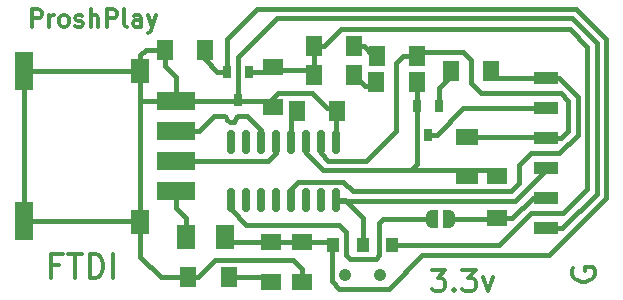
<source format=gbr>
%TF.GenerationSoftware,KiCad,Pcbnew,9.0.0*%
%TF.CreationDate,2025-04-18T15:14:14+05:30*%
%TF.ProjectId,FTDI-UPDI-CH340-Type-c-auto,46544449-2d55-4504-9449-2d4348333430,rev?*%
%TF.SameCoordinates,Original*%
%TF.FileFunction,Copper,L1,Top*%
%TF.FilePolarity,Positive*%
%FSLAX46Y46*%
G04 Gerber Fmt 4.6, Leading zero omitted, Abs format (unit mm)*
G04 Created by KiCad (PCBNEW 9.0.0) date 2025-04-18 15:14:14*
%MOMM*%
%LPD*%
G01*
G04 APERTURE LIST*
G04 Aperture macros list*
%AMRoundRect*
0 Rectangle with rounded corners*
0 $1 Rounding radius*
0 $2 $3 $4 $5 $6 $7 $8 $9 X,Y pos of 4 corners*
0 Add a 4 corners polygon primitive as box body*
4,1,4,$2,$3,$4,$5,$6,$7,$8,$9,$2,$3,0*
0 Add four circle primitives for the rounded corners*
1,1,$1+$1,$2,$3*
1,1,$1+$1,$4,$5*
1,1,$1+$1,$6,$7*
1,1,$1+$1,$8,$9*
0 Add four rect primitives between the rounded corners*
20,1,$1+$1,$2,$3,$4,$5,0*
20,1,$1+$1,$4,$5,$6,$7,0*
20,1,$1+$1,$6,$7,$8,$9,0*
20,1,$1+$1,$8,$9,$2,$3,0*%
%AMFreePoly0*
4,1,23,0.500000,-0.750000,0.000000,-0.750000,0.000000,-0.745722,-0.065263,-0.745722,-0.191342,-0.711940,-0.304381,-0.646677,-0.396677,-0.554381,-0.461940,-0.441342,-0.495722,-0.315263,-0.495722,-0.250000,-0.500000,-0.250000,-0.500000,0.250000,-0.495722,0.250000,-0.495722,0.315263,-0.461940,0.441342,-0.396677,0.554381,-0.304381,0.646677,-0.191342,0.711940,-0.065263,0.745722,0.000000,0.745722,
0.000000,0.750000,0.500000,0.750000,0.500000,-0.750000,0.500000,-0.750000,$1*%
%AMFreePoly1*
4,1,23,0.000000,0.745722,0.065263,0.745722,0.191342,0.711940,0.304381,0.646677,0.396677,0.554381,0.461940,0.441342,0.495722,0.315263,0.495722,0.250000,0.500000,0.250000,0.500000,-0.250000,0.495722,-0.250000,0.495722,-0.315263,0.461940,-0.441342,0.396677,-0.554381,0.304381,-0.646677,0.191342,-0.711940,0.065263,-0.745722,0.000000,-0.745722,0.000000,-0.750000,-0.500000,-0.750000,
-0.500000,0.750000,0.000000,0.750000,0.000000,0.745722,0.000000,0.745722,$1*%
G04 Aperture macros list end*
%ADD10C,0.300000*%
%TA.AperFunction,NonConductor*%
%ADD11C,0.300000*%
%TD*%
%TA.AperFunction,SMDPad,CuDef*%
%ADD12R,2.000000X1.000000*%
%TD*%
%TA.AperFunction,SMDPad,CuDef*%
%ADD13R,1.700000X1.400000*%
%TD*%
%TA.AperFunction,SMDPad,CuDef*%
%ADD14R,1.400000X1.700000*%
%TD*%
%TA.AperFunction,SMDPad,CuDef*%
%ADD15R,1.900000X1.400000*%
%TD*%
%TA.AperFunction,SMDPad,CuDef*%
%ADD16R,3.200000X1.600000*%
%TD*%
%TA.AperFunction,SMDPad,CuDef*%
%ADD17R,1.600000X2.000000*%
%TD*%
%TA.AperFunction,SMDPad,CuDef*%
%ADD18R,1.600000X3.200000*%
%TD*%
%TA.AperFunction,SMDPad,CuDef*%
%ADD19R,0.700000X1.000000*%
%TD*%
%TA.AperFunction,SMDPad,CuDef*%
%ADD20R,1.500000X2.000000*%
%TD*%
%TA.AperFunction,ComponentPad*%
%ADD21C,1.050000*%
%TD*%
%TA.AperFunction,SMDPad,CuDef*%
%ADD22R,1.000000X1.200000*%
%TD*%
%TA.AperFunction,SMDPad,CuDef*%
%ADD23RoundRect,0.150000X-0.150000X0.825000X-0.150000X-0.825000X0.150000X-0.825000X0.150000X0.825000X0*%
%TD*%
%TA.AperFunction,SMDPad,CuDef*%
%ADD24FreePoly0,0.000000*%
%TD*%
%TA.AperFunction,SMDPad,CuDef*%
%ADD25FreePoly1,0.000000*%
%TD*%
%TA.AperFunction,Conductor*%
%ADD26C,0.400000*%
%TD*%
G04 APERTURE END LIST*
D10*
D11*
X160394876Y-106228822D02*
X160299638Y-106419298D01*
X160299638Y-106419298D02*
X160299638Y-106705012D01*
X160299638Y-106705012D02*
X160394876Y-106990727D01*
X160394876Y-106990727D02*
X160585352Y-107181203D01*
X160585352Y-107181203D02*
X160775828Y-107276441D01*
X160775828Y-107276441D02*
X161156780Y-107371679D01*
X161156780Y-107371679D02*
X161442495Y-107371679D01*
X161442495Y-107371679D02*
X161823447Y-107276441D01*
X161823447Y-107276441D02*
X162013923Y-107181203D01*
X162013923Y-107181203D02*
X162204400Y-106990727D01*
X162204400Y-106990727D02*
X162299638Y-106705012D01*
X162299638Y-106705012D02*
X162299638Y-106514536D01*
X162299638Y-106514536D02*
X162204400Y-106228822D01*
X162204400Y-106228822D02*
X162109161Y-106133584D01*
X162109161Y-106133584D02*
X161442495Y-106133584D01*
X161442495Y-106133584D02*
X161442495Y-106514536D01*
D10*
D11*
X148481773Y-106380680D02*
X149596059Y-106380680D01*
X149596059Y-106380680D02*
X148996059Y-107066394D01*
X148996059Y-107066394D02*
X149253202Y-107066394D01*
X149253202Y-107066394D02*
X149424631Y-107152108D01*
X149424631Y-107152108D02*
X149510345Y-107237823D01*
X149510345Y-107237823D02*
X149596059Y-107409251D01*
X149596059Y-107409251D02*
X149596059Y-107837823D01*
X149596059Y-107837823D02*
X149510345Y-108009251D01*
X149510345Y-108009251D02*
X149424631Y-108094966D01*
X149424631Y-108094966D02*
X149253202Y-108180680D01*
X149253202Y-108180680D02*
X148738916Y-108180680D01*
X148738916Y-108180680D02*
X148567488Y-108094966D01*
X148567488Y-108094966D02*
X148481773Y-108009251D01*
X150367488Y-108009251D02*
X150453202Y-108094966D01*
X150453202Y-108094966D02*
X150367488Y-108180680D01*
X150367488Y-108180680D02*
X150281774Y-108094966D01*
X150281774Y-108094966D02*
X150367488Y-108009251D01*
X150367488Y-108009251D02*
X150367488Y-108180680D01*
X151053202Y-106380680D02*
X152167488Y-106380680D01*
X152167488Y-106380680D02*
X151567488Y-107066394D01*
X151567488Y-107066394D02*
X151824631Y-107066394D01*
X151824631Y-107066394D02*
X151996060Y-107152108D01*
X151996060Y-107152108D02*
X152081774Y-107237823D01*
X152081774Y-107237823D02*
X152167488Y-107409251D01*
X152167488Y-107409251D02*
X152167488Y-107837823D01*
X152167488Y-107837823D02*
X152081774Y-108009251D01*
X152081774Y-108009251D02*
X151996060Y-108094966D01*
X151996060Y-108094966D02*
X151824631Y-108180680D01*
X151824631Y-108180680D02*
X151310345Y-108180680D01*
X151310345Y-108180680D02*
X151138917Y-108094966D01*
X151138917Y-108094966D02*
X151053202Y-108009251D01*
X152767488Y-106980680D02*
X153196060Y-108180680D01*
X153196060Y-108180680D02*
X153624631Y-106980680D01*
D10*
D11*
X114580755Y-85805501D02*
X114580755Y-84305501D01*
X114580755Y-84305501D02*
X115152184Y-84305501D01*
X115152184Y-84305501D02*
X115295041Y-84376930D01*
X115295041Y-84376930D02*
X115366470Y-84448358D01*
X115366470Y-84448358D02*
X115437898Y-84591215D01*
X115437898Y-84591215D02*
X115437898Y-84805501D01*
X115437898Y-84805501D02*
X115366470Y-84948358D01*
X115366470Y-84948358D02*
X115295041Y-85019787D01*
X115295041Y-85019787D02*
X115152184Y-85091215D01*
X115152184Y-85091215D02*
X114580755Y-85091215D01*
X116080755Y-85805501D02*
X116080755Y-84805501D01*
X116080755Y-85091215D02*
X116152184Y-84948358D01*
X116152184Y-84948358D02*
X116223613Y-84876930D01*
X116223613Y-84876930D02*
X116366470Y-84805501D01*
X116366470Y-84805501D02*
X116509327Y-84805501D01*
X117223612Y-85805501D02*
X117080755Y-85734073D01*
X117080755Y-85734073D02*
X117009326Y-85662644D01*
X117009326Y-85662644D02*
X116937898Y-85519787D01*
X116937898Y-85519787D02*
X116937898Y-85091215D01*
X116937898Y-85091215D02*
X117009326Y-84948358D01*
X117009326Y-84948358D02*
X117080755Y-84876930D01*
X117080755Y-84876930D02*
X117223612Y-84805501D01*
X117223612Y-84805501D02*
X117437898Y-84805501D01*
X117437898Y-84805501D02*
X117580755Y-84876930D01*
X117580755Y-84876930D02*
X117652184Y-84948358D01*
X117652184Y-84948358D02*
X117723612Y-85091215D01*
X117723612Y-85091215D02*
X117723612Y-85519787D01*
X117723612Y-85519787D02*
X117652184Y-85662644D01*
X117652184Y-85662644D02*
X117580755Y-85734073D01*
X117580755Y-85734073D02*
X117437898Y-85805501D01*
X117437898Y-85805501D02*
X117223612Y-85805501D01*
X118295041Y-85734073D02*
X118437898Y-85805501D01*
X118437898Y-85805501D02*
X118723612Y-85805501D01*
X118723612Y-85805501D02*
X118866469Y-85734073D01*
X118866469Y-85734073D02*
X118937898Y-85591215D01*
X118937898Y-85591215D02*
X118937898Y-85519787D01*
X118937898Y-85519787D02*
X118866469Y-85376930D01*
X118866469Y-85376930D02*
X118723612Y-85305501D01*
X118723612Y-85305501D02*
X118509327Y-85305501D01*
X118509327Y-85305501D02*
X118366469Y-85234073D01*
X118366469Y-85234073D02*
X118295041Y-85091215D01*
X118295041Y-85091215D02*
X118295041Y-85019787D01*
X118295041Y-85019787D02*
X118366469Y-84876930D01*
X118366469Y-84876930D02*
X118509327Y-84805501D01*
X118509327Y-84805501D02*
X118723612Y-84805501D01*
X118723612Y-84805501D02*
X118866469Y-84876930D01*
X119580755Y-85805501D02*
X119580755Y-84305501D01*
X120223613Y-85805501D02*
X120223613Y-85019787D01*
X120223613Y-85019787D02*
X120152184Y-84876930D01*
X120152184Y-84876930D02*
X120009327Y-84805501D01*
X120009327Y-84805501D02*
X119795041Y-84805501D01*
X119795041Y-84805501D02*
X119652184Y-84876930D01*
X119652184Y-84876930D02*
X119580755Y-84948358D01*
X120937898Y-85805501D02*
X120937898Y-84305501D01*
X120937898Y-84305501D02*
X121509327Y-84305501D01*
X121509327Y-84305501D02*
X121652184Y-84376930D01*
X121652184Y-84376930D02*
X121723613Y-84448358D01*
X121723613Y-84448358D02*
X121795041Y-84591215D01*
X121795041Y-84591215D02*
X121795041Y-84805501D01*
X121795041Y-84805501D02*
X121723613Y-84948358D01*
X121723613Y-84948358D02*
X121652184Y-85019787D01*
X121652184Y-85019787D02*
X121509327Y-85091215D01*
X121509327Y-85091215D02*
X120937898Y-85091215D01*
X122652184Y-85805501D02*
X122509327Y-85734073D01*
X122509327Y-85734073D02*
X122437898Y-85591215D01*
X122437898Y-85591215D02*
X122437898Y-84305501D01*
X123866470Y-85805501D02*
X123866470Y-85019787D01*
X123866470Y-85019787D02*
X123795041Y-84876930D01*
X123795041Y-84876930D02*
X123652184Y-84805501D01*
X123652184Y-84805501D02*
X123366470Y-84805501D01*
X123366470Y-84805501D02*
X123223612Y-84876930D01*
X123866470Y-85734073D02*
X123723612Y-85805501D01*
X123723612Y-85805501D02*
X123366470Y-85805501D01*
X123366470Y-85805501D02*
X123223612Y-85734073D01*
X123223612Y-85734073D02*
X123152184Y-85591215D01*
X123152184Y-85591215D02*
X123152184Y-85448358D01*
X123152184Y-85448358D02*
X123223612Y-85305501D01*
X123223612Y-85305501D02*
X123366470Y-85234073D01*
X123366470Y-85234073D02*
X123723612Y-85234073D01*
X123723612Y-85234073D02*
X123866470Y-85162644D01*
X124437898Y-84805501D02*
X124795041Y-85805501D01*
X125152184Y-84805501D02*
X124795041Y-85805501D01*
X124795041Y-85805501D02*
X124652184Y-86162644D01*
X124652184Y-86162644D02*
X124580755Y-86234073D01*
X124580755Y-86234073D02*
X124437898Y-86305501D01*
D10*
D11*
X116910225Y-106007019D02*
X116243558Y-106007019D01*
X116243558Y-107054638D02*
X116243558Y-105054638D01*
X116243558Y-105054638D02*
X117195939Y-105054638D01*
X117672130Y-105054638D02*
X118814987Y-105054638D01*
X118243558Y-107054638D02*
X118243558Y-105054638D01*
X119481654Y-107054638D02*
X119481654Y-105054638D01*
X119481654Y-105054638D02*
X119957844Y-105054638D01*
X119957844Y-105054638D02*
X120243559Y-105149876D01*
X120243559Y-105149876D02*
X120434035Y-105340352D01*
X120434035Y-105340352D02*
X120529273Y-105530828D01*
X120529273Y-105530828D02*
X120624511Y-105911780D01*
X120624511Y-105911780D02*
X120624511Y-106197495D01*
X120624511Y-106197495D02*
X120529273Y-106578447D01*
X120529273Y-106578447D02*
X120434035Y-106768923D01*
X120434035Y-106768923D02*
X120243559Y-106959400D01*
X120243559Y-106959400D02*
X119957844Y-107054638D01*
X119957844Y-107054638D02*
X119481654Y-107054638D01*
X121481654Y-107054638D02*
X121481654Y-105054638D01*
D12*
%TO.P,J2,1*%
%TO.N,DTR*%
X158115000Y-90170000D03*
%TO.P,J2,2*%
%TO.N,T-RX*%
X158115000Y-92710000D03*
%TO.P,J2,3*%
%TO.N,TX*%
X158115000Y-95250000D03*
%TO.P,J2,4*%
%TO.N,VCC*%
X158115000Y-97790000D03*
%TO.P,J2,5*%
%TO.N,UPDI*%
X158115000Y-100330000D03*
%TO.P,J2,6*%
%TO.N,GND*%
X158115000Y-102870000D03*
%TD*%
D13*
%TO.P,C1,1*%
%TO.N,+5V*%
X137449528Y-103997945D03*
%TO.P,C1,2*%
%TO.N,GND*%
X137449528Y-107397945D03*
%TD*%
D14*
%TO.P,C2,1*%
%TO.N,Net-(U1-V3)*%
X137036467Y-92899194D03*
%TO.P,C2,2*%
%TO.N,GND*%
X140436467Y-92899194D03*
%TD*%
%TO.P,R3,1*%
%TO.N,Net-(D4-K)*%
X131258966Y-107019280D03*
%TO.P,R3,2*%
%TO.N,GND*%
X127858966Y-107019280D03*
%TD*%
%TO.P,R1,1*%
%TO.N,+3V3*%
X138464115Y-89889293D03*
%TO.P,R1,2*%
%TO.N,Net-(D1-A)*%
X141864115Y-89889293D03*
%TD*%
D15*
%TO.P,D5,1,K*%
%TO.N,TX*%
X151423526Y-95097538D03*
%TO.P,D5,2,A*%
%TO.N,RX*%
X151423526Y-98397538D03*
%TD*%
D16*
%TO.P,J1,1,VBUS*%
%TO.N,VBUS*%
X126795091Y-99685605D03*
%TO.P,J1,2,D+*%
%TO.N,D+*%
X126795091Y-97145605D03*
%TO.P,J1,3,D-*%
%TO.N,D-*%
X126795091Y-94605605D03*
%TO.P,J1,4,GND*%
%TO.N,GND*%
X126795091Y-92065605D03*
D17*
%TO.P,J1,5,Shield*%
X123782214Y-102342302D03*
D18*
X113964851Y-102239403D03*
X113961026Y-89549639D03*
D17*
X123772591Y-89538799D03*
%TD*%
D19*
%TO.P,U2,1,VO*%
%TO.N,+3V3*%
X132997631Y-89610605D03*
%TO.P,U2,2,VI*%
%TO.N,+5V*%
X131097631Y-89610605D03*
%TO.P,U2,3,GND*%
%TO.N,GND*%
X132047631Y-92010605D03*
%TD*%
D14*
%TO.P,D1,1,K*%
%TO.N,RX*%
X147179148Y-90516950D03*
%TO.P,D1,2,A*%
%TO.N,Net-(D1-A)*%
X143779148Y-90516950D03*
%TD*%
D20*
%TO.P,D3,1,K*%
%TO.N,+5V*%
X130984641Y-103632261D03*
%TO.P,D3,2,A*%
%TO.N,VBUS*%
X127684641Y-103632261D03*
%TD*%
D14*
%TO.P,R5,1*%
%TO.N,DTR*%
X153465000Y-89535000D03*
%TO.P,R5,2*%
%TO.N,Net-(Q1-G)*%
X150065000Y-89535000D03*
%TD*%
%TO.P,R2,1*%
%TO.N,+3V3*%
X138508163Y-87466645D03*
%TO.P,R2,2*%
%TO.N,Net-(D2-A)*%
X141908163Y-87466645D03*
%TD*%
D21*
%TO.P,SW1,*%
%TO.N,*%
X141097802Y-106854511D03*
X144097802Y-106854511D03*
D22*
%TO.P,SW1,1,A*%
%TO.N,+5V*%
X140097802Y-104254511D03*
%TO.P,SW1,2,B*%
%TO.N,VCC*%
X142597802Y-104254511D03*
%TO.P,SW1,3,C*%
%TO.N,+3V3*%
X145097802Y-104254511D03*
%TD*%
D14*
%TO.P,C4,1*%
%TO.N,+5V*%
X129245034Y-87774927D03*
%TO.P,C4,2*%
%TO.N,GND*%
X125845034Y-87774927D03*
%TD*%
D13*
%TO.P,D4,1,K*%
%TO.N,Net-(D4-K)*%
X134844304Y-107397945D03*
%TO.P,D4,2,A*%
%TO.N,+5V*%
X134844304Y-103997945D03*
%TD*%
%TO.P,R4,1*%
%TO.N,RX*%
X153975722Y-98427494D03*
%TO.P,R4,2*%
%TO.N,UPDI*%
X153975722Y-102027494D03*
%TD*%
D23*
%TO.P,U1,1,GND*%
%TO.N,GND*%
X140335000Y-95545001D03*
%TO.P,U1,2,TXD*%
%TO.N,TX*%
X139065000Y-95545001D03*
%TO.P,U1,3,RXD*%
%TO.N,RX*%
X137795000Y-95545001D03*
%TO.P,U1,4,V3*%
%TO.N,Net-(U1-V3)*%
X136525000Y-95545001D03*
%TO.P,U1,5,UD+*%
%TO.N,D+*%
X135255000Y-95545001D03*
%TO.P,U1,6,UD-*%
%TO.N,D-*%
X133985000Y-95545001D03*
%TO.P,U1,7,NC*%
%TO.N,unconnected-(U1-NC-Pad7)*%
X132715000Y-95545001D03*
%TO.P,U1,8,NC*%
%TO.N,unconnected-(U1-NC-Pad8)*%
X131445000Y-95545001D03*
%TO.P,U1,9,~{CTS}*%
%TO.N,CTS*%
X131445000Y-100495001D03*
%TO.P,U1,10,~{DSR}*%
%TO.N,unconnected-(U1-~{DSR}-Pad10)*%
X132715000Y-100495001D03*
%TO.P,U1,11,~{RI}*%
%TO.N,unconnected-(U1-~{RI}-Pad11)*%
X133985000Y-100495001D03*
%TO.P,U1,12,~{DCD}*%
%TO.N,unconnected-(U1-~{DCD}-Pad12)*%
X135255000Y-100495001D03*
%TO.P,U1,13,~{DTR}*%
%TO.N,DTR*%
X136525000Y-100495001D03*
%TO.P,U1,14,~{RTS}*%
%TO.N,unconnected-(U1-~{RTS}-Pad14)*%
X137795000Y-100495001D03*
%TO.P,U1,15,R232*%
%TO.N,unconnected-(U1-R232-Pad15)*%
X139065000Y-100495001D03*
%TO.P,U1,16,VCC*%
%TO.N,VCC*%
X140335000Y-100495001D03*
%TD*%
D24*
%TO.P,JP2,1,A*%
%TO.N,CTS*%
X148498818Y-102070361D03*
D25*
%TO.P,JP2,2,B*%
%TO.N,UPDI*%
X149898818Y-102070361D03*
%TD*%
D13*
%TO.P,C3,1*%
%TO.N,+3V3*%
X134996347Y-89172870D03*
%TO.P,C3,2*%
%TO.N,GND*%
X134996347Y-92572870D03*
%TD*%
D14*
%TO.P,D2,1,K*%
%TO.N,TX*%
X147193611Y-88285287D03*
%TO.P,D2,2,A*%
%TO.N,Net-(D2-A)*%
X143793611Y-88285287D03*
%TD*%
D19*
%TO.P,Q1,1,G*%
%TO.N,Net-(Q1-G)*%
X149072144Y-92526400D03*
%TO.P,Q1,2,S*%
%TO.N,RX*%
X147172144Y-92526400D03*
%TO.P,Q1,3,D*%
%TO.N,T-RX*%
X148122144Y-94926400D03*
%TD*%
D26*
%TO.N,+5V*%
X163224000Y-86841019D02*
X163224000Y-100293786D01*
X129245034Y-88546491D02*
X130309148Y-89610605D01*
X158348253Y-105169533D02*
X147630220Y-105169533D01*
X131097631Y-86821321D02*
X133624347Y-84294605D01*
X134844304Y-103997945D02*
X131350325Y-103997945D01*
X130309148Y-89610605D02*
X131097631Y-89610605D01*
X131097631Y-89610605D02*
X131097631Y-86821321D01*
X147630220Y-105169533D02*
X144819242Y-107980511D01*
X160677587Y-84294605D02*
X163224000Y-86841019D01*
X139841236Y-103997945D02*
X140097802Y-104254511D01*
X163224000Y-100293786D02*
X158348253Y-105169533D01*
X139971802Y-104380511D02*
X140097802Y-104254511D01*
X131350325Y-103997945D02*
X130984641Y-103632261D01*
X129245034Y-87774927D02*
X129245034Y-88546491D01*
X137449528Y-103997945D02*
X139841236Y-103997945D01*
X139971802Y-107320916D02*
X139971802Y-104380511D01*
X137449528Y-103997945D02*
X134844304Y-103997945D01*
X144819242Y-107980511D02*
X140631397Y-107980511D01*
X140203625Y-104360334D02*
X140097802Y-104254511D01*
X140631397Y-107980511D02*
X139971802Y-107320916D01*
X133624347Y-84294605D02*
X160677587Y-84294605D01*
%TO.N,GND*%
X158115000Y-102870000D02*
X159515000Y-102870000D01*
X140335000Y-95545001D02*
X140335000Y-93491457D01*
X123772591Y-89538799D02*
X123772591Y-88229076D01*
X123782214Y-89548422D02*
X123772591Y-89538799D01*
X128635473Y-107019280D02*
X127858966Y-107019280D01*
X123782214Y-92080605D02*
X123782214Y-89548422D01*
X126795091Y-92065605D02*
X131992631Y-92065605D01*
X113964851Y-89553464D02*
X113961026Y-89549639D01*
X132113879Y-92076853D02*
X134500330Y-92076853D01*
X140436467Y-92899194D02*
X140252878Y-92715605D01*
X132047631Y-92010605D02*
X132113879Y-92076853D01*
X134888455Y-92019372D02*
X134888455Y-92464978D01*
X126795091Y-90033577D02*
X126795091Y-92065605D01*
X162423000Y-99962000D02*
X162423000Y-87172804D01*
X113964851Y-102239403D02*
X123679315Y-102239403D01*
X125845034Y-89083520D02*
X126795091Y-90033577D01*
X162423000Y-87172804D02*
X160345801Y-85095605D01*
X134888455Y-92464978D02*
X134996347Y-92572870D01*
X137449528Y-107397945D02*
X137449528Y-106275985D01*
X125845034Y-87774927D02*
X125845034Y-89083520D01*
X131992631Y-92065605D02*
X132047631Y-92010605D01*
X123797214Y-92065605D02*
X123782214Y-92080605D01*
X140252878Y-92715605D02*
X139610033Y-92715605D01*
X140335000Y-93491457D02*
X140430322Y-93396135D01*
X140430322Y-93396135D02*
X140430322Y-92905339D01*
X123679315Y-102239403D02*
X123782214Y-102342302D01*
X113971866Y-89538799D02*
X113961026Y-89549639D01*
X123772591Y-89538799D02*
X113971866Y-89538799D01*
X123782214Y-102342302D02*
X123782214Y-92080605D01*
X137449528Y-106275985D02*
X136742823Y-105569280D01*
X132047631Y-92010605D02*
X132047631Y-88367122D01*
X125492823Y-107019280D02*
X123782214Y-105308671D01*
X123782214Y-105308671D02*
X123782214Y-102342302D01*
X159515000Y-102870000D02*
X162423000Y-99962000D01*
X113964851Y-102239403D02*
X113964851Y-89553464D01*
X136742823Y-105569280D02*
X130085473Y-105569280D01*
X126795091Y-92065605D02*
X123797214Y-92065605D01*
X123772591Y-88229076D02*
X124226740Y-87774927D01*
X135319148Y-85095605D02*
X160345801Y-85095605D01*
X127858966Y-107019280D02*
X125492823Y-107019280D01*
X135459633Y-91448194D02*
X134888455Y-92019372D01*
X140430322Y-92905339D02*
X140436467Y-92899194D01*
X124226740Y-87774927D02*
X125845034Y-87774927D01*
X139610033Y-92715605D02*
X138342622Y-91448194D01*
X132047631Y-88367122D02*
X135319148Y-85095605D01*
X138342622Y-91448194D02*
X135459633Y-91448194D01*
X130085473Y-105569280D02*
X128635473Y-107019280D01*
X134500330Y-92076853D02*
X134996347Y-92572870D01*
%TO.N,TX*%
X142882867Y-97147133D02*
X145415000Y-94615000D01*
X159385000Y-95250000D02*
X158115000Y-95250000D01*
X147530397Y-87948501D02*
X151077626Y-87948501D01*
X160020000Y-92075000D02*
X160020000Y-94615000D01*
X139065000Y-95545001D02*
X139065000Y-96520000D01*
X145415000Y-88900000D02*
X146029713Y-88285287D01*
X146029713Y-88285287D02*
X147193611Y-88285287D01*
X147193611Y-88285287D02*
X147530397Y-87948501D01*
X151765000Y-88635875D02*
X151765000Y-90587000D01*
X145415000Y-94615000D02*
X145415000Y-88900000D01*
X151423526Y-95097538D02*
X157962538Y-95097538D01*
X160020000Y-94615000D02*
X159385000Y-95250000D01*
X151765000Y-90587000D02*
X152618000Y-91440000D01*
X139065000Y-96520000D02*
X139692133Y-97147133D01*
X159385000Y-91440000D02*
X160020000Y-92075000D01*
X152618000Y-91440000D02*
X159385000Y-91440000D01*
X139692133Y-97147133D02*
X142882867Y-97147133D01*
X151077626Y-87948501D02*
X151765000Y-88635875D01*
X157962538Y-95097538D02*
X158115000Y-95250000D01*
%TO.N,Net-(D1-A)*%
X143485493Y-90810605D02*
X142785427Y-90810605D01*
X143779148Y-90516950D02*
X143485493Y-90810605D01*
X142785427Y-90810605D02*
X141864115Y-89889293D01*
%TO.N,Net-(D2-A)*%
X143499956Y-88285287D02*
X143793611Y-88285287D01*
X141908163Y-87466645D02*
X142681314Y-87466645D01*
X142681314Y-87466645D02*
X143499956Y-88285287D01*
%TO.N,RX*%
X147172144Y-97460989D02*
X146685000Y-97948133D01*
X147172144Y-92526400D02*
X147172144Y-97460989D01*
X139223133Y-97948133D02*
X141605000Y-97948133D01*
X146685000Y-97948133D02*
X153496361Y-97948133D01*
X147172144Y-92526400D02*
X147172144Y-90523954D01*
X146685000Y-97948133D02*
X146050000Y-97948133D01*
X153496361Y-97948133D02*
X153975722Y-98427494D01*
X147172144Y-90523954D02*
X147179148Y-90516950D01*
X141605000Y-97948133D02*
X146685000Y-97948133D01*
X137795000Y-95545001D02*
X137795000Y-96520000D01*
X137795000Y-96520000D02*
X139223133Y-97948133D01*
%TO.N,VBUS*%
X126795091Y-101115854D02*
X126795091Y-99685605D01*
X127684641Y-102005404D02*
X126795091Y-101115854D01*
X127684641Y-103632261D02*
X127684641Y-102005404D01*
%TO.N,DTR*%
X158115000Y-90170000D02*
X159247785Y-90170000D01*
X156845000Y-96520000D02*
X155852990Y-97512010D01*
X141786119Y-99741771D02*
X140963349Y-98919001D01*
X155852990Y-99058824D02*
X155170043Y-99741771D01*
X160821000Y-91743215D02*
X160821000Y-94946786D01*
X139061216Y-98919001D02*
X139061215Y-98919001D01*
X160821000Y-94946786D02*
X159247786Y-96520000D01*
X155852990Y-97512010D02*
X155852990Y-99058824D01*
X154100000Y-90170000D02*
X153465000Y-89535000D01*
X137126001Y-98919001D02*
X139061216Y-98919001D01*
X159247786Y-96520000D02*
X156845000Y-96520000D01*
X140963349Y-98919001D02*
X139061216Y-98919001D01*
X159247785Y-90170000D02*
X160821000Y-91743215D01*
X155170043Y-99741771D02*
X141786119Y-99741771D01*
X158115000Y-90170000D02*
X154100000Y-90170000D01*
X136525000Y-100495001D02*
X136525000Y-99520002D01*
X136525000Y-99520002D02*
X137126001Y-98919001D01*
%TO.N,CTS*%
X143698802Y-105455511D02*
X143996802Y-105157511D01*
X131445000Y-100495001D02*
X131445000Y-101266233D01*
X131445000Y-101266233D02*
X132749734Y-102570967D01*
X132749734Y-102570967D02*
X140568651Y-102570967D01*
X140568651Y-102570967D02*
X141198802Y-103201118D01*
X141198802Y-105157511D02*
X141496802Y-105455511D01*
X141198802Y-103201118D02*
X141198802Y-105157511D01*
X141496802Y-105455511D02*
X143698802Y-105455511D01*
X143996802Y-105157511D02*
X143996802Y-102383198D01*
X144309639Y-102070361D02*
X148498818Y-102070361D01*
X143996802Y-102383198D02*
X144309639Y-102070361D01*
%TO.N,VCC*%
X158115000Y-97929600D02*
X155644799Y-100399800D01*
X142597802Y-102531758D02*
X142597802Y-101954238D01*
X155501829Y-100542771D02*
X140382770Y-100542771D01*
X140335000Y-100495001D02*
X141138565Y-100495001D01*
X140382770Y-100542771D02*
X140335000Y-100495001D01*
X155644799Y-100399800D02*
X155501829Y-100542771D01*
X142597802Y-104254511D02*
X142597802Y-102531758D01*
X142597802Y-101954238D02*
X141138565Y-100495001D01*
X158115000Y-97790000D02*
X158115000Y-97929600D01*
%TO.N,+3V3*%
X138464115Y-87510693D02*
X138508163Y-87466645D01*
X156849983Y-101604983D02*
X154142233Y-104312733D01*
X138464115Y-89889293D02*
X138464115Y-87510693D01*
X160133056Y-86015645D02*
X161622000Y-87504589D01*
X145156024Y-104312733D02*
X145097802Y-104254511D01*
X139298108Y-87466645D02*
X140749108Y-86015645D01*
X135323120Y-89499643D02*
X138074465Y-89499643D01*
X154142233Y-104312733D02*
X145156024Y-104312733D01*
X132997631Y-89610605D02*
X134777493Y-89610605D01*
X134777493Y-89610605D02*
X134996347Y-89391751D01*
X140749108Y-86015645D02*
X160133056Y-86015645D01*
X138508163Y-87466645D02*
X139298108Y-87466645D01*
X138074465Y-89499643D02*
X138464115Y-89889293D01*
X161622000Y-99525000D02*
X159542017Y-101604983D01*
X161622000Y-87504589D02*
X161622000Y-99525000D01*
X159542017Y-101604983D02*
X156849983Y-101604983D01*
X134996347Y-89172870D02*
X135323120Y-89499643D01*
X134996347Y-89391751D02*
X134996347Y-89172870D01*
%TO.N,D+*%
X135255000Y-96520000D02*
X135255000Y-95545001D01*
X134629395Y-97145605D02*
X135255000Y-96520000D01*
X126795091Y-97145605D02*
X134629395Y-97145605D01*
%TO.N,D-*%
X130004225Y-93383614D02*
X128782234Y-94605605D01*
X131678524Y-93849238D02*
X131344148Y-93849238D01*
X130544148Y-93383614D02*
X130004225Y-93383614D01*
X133985000Y-95545001D02*
X133985000Y-94570002D01*
X128147234Y-94605605D02*
X126795091Y-94605605D01*
X130878524Y-93383614D02*
X130544148Y-93383614D01*
X128782234Y-94605605D02*
X128147234Y-94605605D01*
X132798612Y-93383614D02*
X132144148Y-93383614D01*
X133985000Y-94570002D02*
X132798612Y-93383614D01*
X131111336Y-93616426D02*
G75*
G03*
X130878524Y-93383564I-232836J26D01*
G01*
X132144148Y-93383614D02*
G75*
G03*
X131911314Y-93616426I-48J-232786D01*
G01*
X131344148Y-93849238D02*
G75*
G02*
X131111262Y-93616426I-48J232838D01*
G01*
X131911336Y-93616426D02*
G75*
G02*
X131678524Y-93849236I-232836J26D01*
G01*
%TO.N,Net-(D4-K)*%
X134465639Y-107019280D02*
X134844304Y-107397945D01*
X131258966Y-107019280D02*
X134465639Y-107019280D01*
%TO.N,Net-(Q1-G)*%
X149072144Y-92526400D02*
X149072144Y-90957856D01*
X149072144Y-90957856D02*
X150065000Y-89965000D01*
X150065000Y-89965000D02*
X150065000Y-89535000D01*
%TO.N,UPDI*%
X149898818Y-102070361D02*
X153932855Y-102070361D01*
X153983833Y-102035605D02*
X155286575Y-102035605D01*
X153932855Y-102070361D02*
X153975722Y-102027494D01*
X153975722Y-102027494D02*
X153983833Y-102035605D01*
X155286575Y-102035605D02*
X156992180Y-100330000D01*
X156992180Y-100330000D02*
X158115000Y-100330000D01*
%TO.N,T-RX*%
X151124395Y-92715605D02*
X158109395Y-92715605D01*
X148122144Y-94926400D02*
X148913600Y-94926400D01*
X158109395Y-92715605D02*
X158115000Y-92710000D01*
X148913600Y-94926400D02*
X151124395Y-92715605D01*
%TO.N,Net-(U1-V3)*%
X136707263Y-92899194D02*
X137036467Y-92899194D01*
X136525000Y-95545001D02*
X136525000Y-93081457D01*
X136525000Y-93081457D02*
X136707263Y-92899194D01*
%TD*%
M02*

</source>
